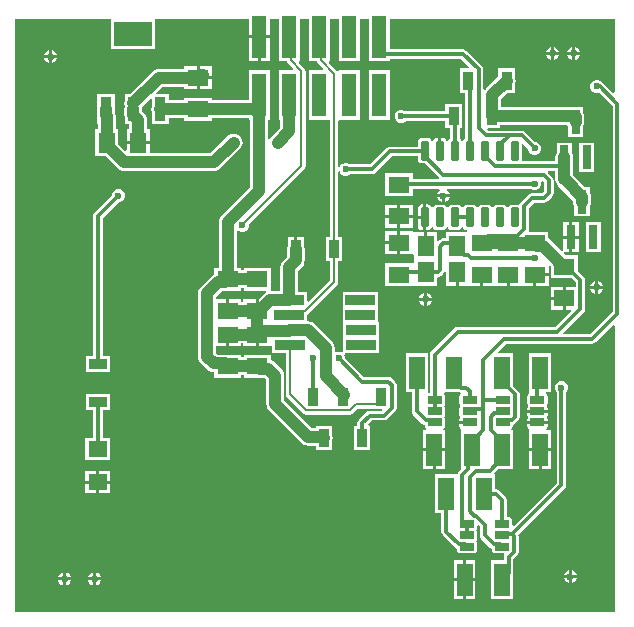
<source format=gtl>
G04*
G04 #@! TF.GenerationSoftware,Altium Limited,Altium Designer,22.5.1 (42)*
G04*
G04 Layer_Physical_Order=1*
G04 Layer_Color=255*
%FSLAX44Y44*%
%MOMM*%
G71*
G04*
G04 #@! TF.SameCoordinates,CF4701AC-517D-4BF5-B978-186F02F9A4D0*
G04*
G04*
G04 #@! TF.FilePolarity,Positive*
G04*
G01*
G75*
%ADD12C,0.2000*%
%ADD16R,0.9000X1.5500*%
%ADD17R,1.3500X2.8000*%
G04:AMPARAMS|DCode=18|XSize=0.65mm|YSize=1.2mm|CornerRadius=0.0488mm|HoleSize=0mm|Usage=FLASHONLY|Rotation=270.000|XOffset=0mm|YOffset=0mm|HoleType=Round|Shape=RoundedRectangle|*
%AMROUNDEDRECTD18*
21,1,0.6500,1.1025,0,0,270.0*
21,1,0.5525,1.2000,0,0,270.0*
1,1,0.0975,-0.5513,-0.2763*
1,1,0.0975,-0.5513,0.2763*
1,1,0.0975,0.5513,0.2763*
1,1,0.0975,0.5513,-0.2763*
%
%ADD18ROUNDEDRECTD18*%
%ADD19R,1.2700X3.6800*%
%ADD20R,3.2121X2.0542*%
%ADD21R,0.9534X2.0542*%
%ADD22R,1.8200X1.4400*%
%ADD23R,1.6000X1.4000*%
%ADD24R,1.4400X1.8200*%
G04:AMPARAMS|DCode=25|XSize=0.65mm|YSize=1.65mm|CornerRadius=0.0488mm|HoleSize=0mm|Usage=FLASHONLY|Rotation=180.000|XOffset=0mm|YOffset=0mm|HoleType=Round|Shape=RoundedRectangle|*
%AMROUNDEDRECTD25*
21,1,0.6500,1.5525,0,0,180.0*
21,1,0.5525,1.6500,0,0,180.0*
1,1,0.0975,-0.2763,0.7763*
1,1,0.0975,0.2763,0.7763*
1,1,0.0975,0.2763,-0.7763*
1,1,0.0975,-0.2763,-0.7763*
%
%ADD25ROUNDEDRECTD25*%
%ADD26R,0.8000X2.0000*%
%ADD27R,2.5000X0.8500*%
%ADD28R,1.5500X0.9000*%
%ADD41C,0.3000*%
%ADD42C,1.0000*%
%ADD43C,0.6000*%
G36*
X230750Y476350D02*
X237300D01*
X237438Y475656D01*
X238212Y474498D01*
X242887Y469823D01*
X242401Y468650D01*
X230750D01*
Y426850D01*
X232035D01*
Y420233D01*
X224651Y412849D01*
X223449Y411282D01*
X223035Y410283D01*
X221765Y410535D01*
Y426850D01*
X223050D01*
Y468650D01*
X205350D01*
Y443345D01*
X174100D01*
Y445480D01*
X150900D01*
Y443330D01*
X137767D01*
Y448521D01*
X127591D01*
X127105Y449694D01*
X132346Y454935D01*
X150860D01*
Y452760D01*
X161230D01*
Y462500D01*
Y472240D01*
X150860D01*
Y470065D01*
X129213D01*
X129212Y470065D01*
X127254Y469807D01*
X125430Y469051D01*
X123863Y467849D01*
X123863Y467849D01*
X104575Y448561D01*
X100193D01*
Y442746D01*
X99935Y440788D01*
X100193Y438830D01*
Y437708D01*
X99935Y435750D01*
Y430712D01*
X100193Y428754D01*
Y422939D01*
X104155D01*
Y419140D01*
X101980D01*
Y408770D01*
X121460D01*
Y419140D01*
X119285D01*
Y426492D01*
X119027Y428450D01*
X118271Y430275D01*
X117069Y431841D01*
X117069Y431841D01*
X115065Y433846D01*
Y435750D01*
X114843Y437433D01*
X122060Y444649D01*
X123233Y444163D01*
Y437804D01*
X123193Y437708D01*
X122935Y435750D01*
X123193Y433792D01*
X123233Y433696D01*
Y422979D01*
X137767D01*
Y428200D01*
X150900D01*
Y426080D01*
X174100D01*
Y428215D01*
X205350D01*
Y426850D01*
X206635D01*
Y369833D01*
X182151Y345349D01*
X180949Y343782D01*
X180193Y341958D01*
X179935Y340000D01*
Y301420D01*
X175900D01*
Y296138D01*
X175738Y296071D01*
X174171Y294869D01*
X164651Y285349D01*
X163449Y283782D01*
X162693Y281958D01*
X162435Y280000D01*
Y226338D01*
X162693Y224380D01*
X163449Y222556D01*
X164651Y220989D01*
X170509Y215131D01*
X172076Y213929D01*
X173900Y213173D01*
X175858Y212915D01*
X175900D01*
Y208580D01*
X199100D01*
Y210715D01*
X200900D01*
Y208580D01*
X214208D01*
X214700Y208515D01*
X214700Y208515D01*
X218709D01*
X220135Y207089D01*
Y192500D01*
Y186178D01*
X220393Y184220D01*
X220700Y183479D01*
Y182250D01*
X221261D01*
X222351Y180829D01*
X250180Y153000D01*
X250180Y153000D01*
X251747Y151798D01*
X253571Y151042D01*
X255529Y150784D01*
X255529Y150784D01*
X261850D01*
Y147250D01*
X275850D01*
Y154801D01*
X276157Y155542D01*
X276415Y157500D01*
X276157Y159458D01*
X275850Y160199D01*
Y167750D01*
X261850D01*
Y165914D01*
X258662D01*
X235265Y189311D01*
Y192500D01*
Y210222D01*
X235007Y212180D01*
X234251Y214004D01*
X233049Y215571D01*
X227191Y221429D01*
X225625Y222631D01*
X224100Y223263D01*
Y227980D01*
X200900D01*
Y225845D01*
X199100D01*
Y227980D01*
X185792D01*
X185300Y228045D01*
X178991D01*
X177565Y229471D01*
Y235260D01*
X186230D01*
Y245000D01*
X188770D01*
Y235260D01*
X199140D01*
Y237435D01*
X200860D01*
Y235260D01*
X211230D01*
Y245000D01*
X213770D01*
Y235260D01*
X224140D01*
Y235260D01*
X225254Y234883D01*
Y229200D01*
X236685D01*
Y194339D01*
X236957Y192973D01*
X237731Y191816D01*
X251320Y178227D01*
X252477Y177453D01*
X253843Y177181D01*
X291357D01*
X292722Y177453D01*
X293880Y178227D01*
X297835Y182181D01*
X314000D01*
X314345Y182250D01*
X317801D01*
X318402Y180980D01*
X317944Y180396D01*
X307718D01*
X306157Y180086D01*
X304834Y179202D01*
X304834Y179202D01*
X298266Y172634D01*
X297382Y171311D01*
X297072Y169750D01*
X297072Y169750D01*
Y167750D01*
X294150D01*
Y147250D01*
X308150D01*
Y167750D01*
X306714D01*
X306188Y169020D01*
X309407Y172240D01*
X319932D01*
X319932Y172240D01*
X321493Y172550D01*
X322816Y173434D01*
X329384Y180002D01*
X329384Y180002D01*
X330268Y181325D01*
X330578Y182886D01*
X330578Y182886D01*
Y202114D01*
X330578Y202114D01*
X330268Y203675D01*
X329384Y204998D01*
X329384Y204998D01*
X326498Y207884D01*
X325175Y208768D01*
X323614Y209078D01*
X323614Y209078D01*
X303073D01*
X286884Y225268D01*
Y226094D01*
X286123Y227930D01*
X286418Y228682D01*
X286758Y229200D01*
X315254D01*
Y241900D01*
Y255400D01*
X314746D01*
Y267300D01*
Y280800D01*
X284746D01*
Y267300D01*
Y254600D01*
X285254D01*
Y241900D01*
Y230620D01*
X285181Y230528D01*
X283984Y229876D01*
X282478Y230500D01*
X280290D01*
X279219Y230056D01*
X277948Y230905D01*
Y233884D01*
X277691Y235842D01*
X276935Y237666D01*
X275733Y239233D01*
X260967Y253999D01*
X259400Y255201D01*
X257576Y255957D01*
X255618Y256215D01*
X254746D01*
Y261756D01*
X255226Y262077D01*
X280023Y286874D01*
X280797Y288032D01*
X281069Y289397D01*
Y307250D01*
X284500D01*
Y327750D01*
X281069D01*
Y382836D01*
X282339Y383089D01*
X282837Y381884D01*
X284384Y380337D01*
X286406Y379500D01*
X288594D01*
X290616Y380337D01*
X291200Y380922D01*
X310000D01*
X310000Y380922D01*
X311561Y381232D01*
X312884Y382116D01*
X326689Y395922D01*
X348591D01*
Y392988D01*
X348823Y391822D01*
X349484Y390834D01*
X350472Y390173D01*
X351637Y389941D01*
X354441D01*
X366534Y377848D01*
X366008Y376578D01*
X344100D01*
Y381420D01*
X320900D01*
Y362020D01*
X344100D01*
Y368422D01*
X366501D01*
X366805Y367389D01*
X366817Y367152D01*
X365303Y365638D01*
X364530Y363770D01*
X375470D01*
X374697Y365638D01*
X373183Y367152D01*
X373195Y367389D01*
X373499Y368422D01*
X443800D01*
X444384Y367837D01*
X446406Y367000D01*
X448594D01*
X450616Y367837D01*
X452163Y369384D01*
X453000Y371406D01*
Y373594D01*
X453746Y375112D01*
X453955Y375177D01*
X455422Y373710D01*
Y366290D01*
X453800Y364668D01*
X444861D01*
X443300Y364357D01*
X441977Y363473D01*
X441977Y363473D01*
X435466Y356962D01*
X434582Y355639D01*
X433400Y355051D01*
X433363Y355059D01*
X427837D01*
X426672Y354827D01*
X425684Y354166D01*
X425023Y353178D01*
X424897Y352545D01*
X423603D01*
X423477Y353178D01*
X422816Y354166D01*
X421828Y354827D01*
X420662Y355059D01*
X415137D01*
X413972Y354827D01*
X412984Y354166D01*
X412323Y353178D01*
X412197Y352545D01*
X410903D01*
X410777Y353178D01*
X410116Y354166D01*
X409128Y354827D01*
X407962Y355059D01*
X402438D01*
X401272Y354827D01*
X400284Y354166D01*
X399623Y353178D01*
X399497Y352545D01*
X398203D01*
X398077Y353178D01*
X397416Y354166D01*
X396428Y354827D01*
X395262Y355059D01*
X389738D01*
X388572Y354827D01*
X387584Y354166D01*
X386923Y353178D01*
X386797Y352545D01*
X385503D01*
X385377Y353178D01*
X384716Y354166D01*
X383728Y354827D01*
X382562Y355059D01*
X377038D01*
X375872Y354827D01*
X374884Y354166D01*
X374223Y353178D01*
X374097Y352545D01*
X372803D01*
X372677Y353178D01*
X372016Y354166D01*
X371028Y354827D01*
X369863Y355059D01*
X364338D01*
X363172Y354827D01*
X362184Y354166D01*
X361523Y353178D01*
X361418Y352648D01*
X360123D01*
X360014Y353194D01*
X359345Y354195D01*
X358344Y354864D01*
X357163Y355099D01*
X355670D01*
Y344250D01*
Y333401D01*
X357163D01*
X358344Y333636D01*
X359345Y334305D01*
X360014Y335306D01*
X360123Y335852D01*
X361418D01*
X361523Y335322D01*
X362184Y334334D01*
X363172Y333673D01*
X364338Y333442D01*
X369863D01*
X371028Y333673D01*
X372016Y334334D01*
X372677Y335322D01*
X372803Y335955D01*
X374097D01*
X374223Y335322D01*
X374884Y334334D01*
X375872Y333673D01*
X377038Y333442D01*
X382562D01*
X383728Y333673D01*
X384716Y334334D01*
X385377Y335322D01*
X385503Y335955D01*
X386797D01*
X386923Y335322D01*
X387584Y334334D01*
X388572Y333673D01*
X389738Y333442D01*
X390326Y332172D01*
X389902Y331621D01*
X389867Y331600D01*
X372020D01*
Y326578D01*
X370000D01*
X370000Y326578D01*
X368439Y326268D01*
X367116Y325384D01*
X365913Y324181D01*
X364740Y324667D01*
Y331640D01*
X356270D01*
Y320000D01*
X353730D01*
Y331640D01*
X345410D01*
X345260Y331640D01*
X344140Y332002D01*
Y332240D01*
X333770D01*
Y322500D01*
Y312760D01*
X343990D01*
X344140Y312760D01*
X345260Y312398D01*
Y308360D01*
X345300D01*
Y305649D01*
X344100Y305480D01*
Y305480D01*
X320900D01*
Y286080D01*
X344100D01*
Y286080D01*
X345300Y285911D01*
Y285900D01*
X364700D01*
Y292325D01*
X365171Y293422D01*
X366732Y293732D01*
X368055Y294616D01*
X369812Y296374D01*
X369812Y296374D01*
X370696Y297697D01*
X370710Y297765D01*
X371980Y297640D01*
Y285860D01*
X380450D01*
Y297500D01*
X382990D01*
Y285860D01*
X391460D01*
Y286040D01*
X401230D01*
Y295780D01*
X403770D01*
Y286040D01*
X423730D01*
Y295780D01*
X426270D01*
Y286040D01*
X446230D01*
Y295780D01*
X447500D01*
Y297050D01*
X459140D01*
Y302661D01*
X460410Y303290D01*
X460900Y302916D01*
Y292800D01*
X478332D01*
X482022Y289111D01*
Y285520D01*
X473770D01*
Y275780D01*
Y266040D01*
X477997D01*
X478483Y264867D01*
X464959Y251343D01*
X382201D01*
X382201Y251343D01*
X380640Y251033D01*
X379317Y250149D01*
X379317Y250149D01*
X359866Y230698D01*
X358982Y229375D01*
X358672Y227814D01*
X358672Y227814D01*
Y196020D01*
X357661Y195639D01*
X356750Y196539D01*
Y229000D01*
X338250D01*
Y196000D01*
X343422D01*
Y179922D01*
X343422Y179922D01*
X343732Y178361D01*
X344616Y177038D01*
X352288Y169366D01*
X352288Y169366D01*
X353611Y168482D01*
X354192Y168367D01*
Y167738D01*
X354423Y166572D01*
X355084Y165584D01*
X355493Y165310D01*
X355108Y164040D01*
X353210D01*
Y148770D01*
X362500D01*
X371790D01*
Y164040D01*
X370392D01*
X370007Y165310D01*
X370416Y165584D01*
X371077Y166572D01*
X371309Y167738D01*
Y173263D01*
X371077Y174428D01*
X370527Y175250D01*
X371077Y176072D01*
X371309Y177237D01*
Y182763D01*
X371077Y183928D01*
X370528Y184750D01*
X371077Y185572D01*
X371309Y186737D01*
Y192262D01*
X371077Y193428D01*
X370416Y194416D01*
X370269Y194515D01*
X370239Y194768D01*
X371342Y196000D01*
X384356D01*
X384596Y195952D01*
X384807Y195534D01*
X384936Y194652D01*
X384584Y194416D01*
X383923Y193428D01*
X383691Y192262D01*
Y186737D01*
X383923Y185572D01*
X384473Y184750D01*
X383923Y183928D01*
X383691Y182763D01*
Y177237D01*
X383923Y176072D01*
X384449Y175286D01*
X383886Y174444D01*
X383651Y173263D01*
Y171770D01*
X392250D01*
Y169230D01*
X383651D01*
Y167738D01*
X383886Y166556D01*
X384555Y165555D01*
X385055Y165221D01*
X385250Y164000D01*
X385250D01*
X385250Y164000D01*
Y131018D01*
X382866Y128634D01*
X382172Y127595D01*
X381982Y127311D01*
X381982Y127310D01*
X381750Y126500D01*
X363250D01*
Y93500D01*
X368422D01*
Y78129D01*
X368422Y78129D01*
X368732Y76568D01*
X369616Y75245D01*
X380495Y64366D01*
X380495Y64366D01*
X381692Y63567D01*
Y62737D01*
X381923Y61572D01*
X382584Y60584D01*
X383572Y59923D01*
X384738Y59692D01*
X395762D01*
X396928Y59923D01*
X397916Y60584D01*
X398577Y61572D01*
X398809Y62737D01*
Y68263D01*
X398577Y69428D01*
X398027Y70250D01*
X398577Y71072D01*
X398809Y72238D01*
Y77762D01*
X398577Y78928D01*
X398028Y79750D01*
X398577Y80572D01*
X398809Y81737D01*
Y83136D01*
X399982Y83622D01*
X401172Y82432D01*
Y74879D01*
X401172Y74879D01*
X401482Y73318D01*
X402366Y71995D01*
X409995Y64366D01*
X409995Y64366D01*
X411191Y63567D01*
Y62737D01*
X411423Y61572D01*
X412084Y60584D01*
X413072Y59923D01*
X414238Y59692D01*
X421125D01*
X421804Y58422D01*
X421482Y57939D01*
X421172Y56379D01*
X421172Y56379D01*
Y54000D01*
X410750D01*
Y21000D01*
X429250D01*
Y42356D01*
X429328Y42750D01*
X429328Y42750D01*
Y54689D01*
X432634Y57995D01*
X432634Y57995D01*
X433518Y59318D01*
X433828Y60879D01*
X433828Y60879D01*
Y74328D01*
X433828Y74328D01*
X433624Y75356D01*
X472884Y114616D01*
X473768Y115939D01*
X474078Y117500D01*
Y196300D01*
X474663Y196884D01*
X475500Y198906D01*
Y201094D01*
X474663Y203116D01*
X473116Y204663D01*
X471094Y205500D01*
X468906D01*
X466884Y204663D01*
X465337Y203116D01*
X464500Y201094D01*
Y198906D01*
X465337Y196884D01*
X465922Y196300D01*
Y119189D01*
X429579Y82846D01*
X428308Y83372D01*
Y87262D01*
X428077Y88428D01*
X427416Y89416D01*
X426428Y90077D01*
X425262Y90309D01*
X423828D01*
Y105250D01*
X423518Y106811D01*
X422634Y108134D01*
X422634Y108134D01*
X417884Y112884D01*
X416561Y113768D01*
X415000Y114078D01*
X415000Y114078D01*
X413750D01*
Y126500D01*
X413750D01*
X413288Y127770D01*
X416518Y131000D01*
X429250D01*
Y164000D01*
X427832D01*
X427447Y165270D01*
X427916Y165584D01*
X428577Y166572D01*
X428809Y167738D01*
Y168367D01*
X429389Y168482D01*
X430712Y169366D01*
X433634Y172288D01*
X433634Y172288D01*
X434518Y173611D01*
X434828Y175172D01*
X434828Y175172D01*
Y194500D01*
X434828Y194500D01*
X434518Y196061D01*
X433634Y197384D01*
X433634Y197384D01*
X429250Y201768D01*
Y229000D01*
X416813D01*
X416327Y230173D01*
X423340Y237187D01*
X496265D01*
X496265Y237187D01*
X497826Y237497D01*
X499149Y238381D01*
X513827Y253059D01*
X515000Y252573D01*
Y10000D01*
X7500D01*
Y512500D01*
X87868D01*
X88939Y512021D01*
X88939Y511230D01*
Y486479D01*
X126061D01*
Y511230D01*
X126061Y512021D01*
X127132Y512500D01*
X205310D01*
Y498520D01*
X223090D01*
Y512500D01*
X230750D01*
Y476350D01*
D02*
G37*
G36*
X306950D02*
X324650D01*
Y478422D01*
X385067D01*
X392066Y471423D01*
X391580Y470250D01*
X384350D01*
Y449750D01*
X388422D01*
Y411226D01*
X387584Y410666D01*
X386923Y409678D01*
X386797Y409045D01*
X385503D01*
X385377Y409678D01*
X384716Y410666D01*
X383878Y411226D01*
Y419750D01*
X385850D01*
Y440250D01*
X371850D01*
Y434078D01*
X337887D01*
X337434Y434531D01*
X335413Y435368D01*
X333225D01*
X331203Y434531D01*
X329656Y432984D01*
X328819Y430962D01*
Y428774D01*
X329656Y426753D01*
X331203Y425206D01*
X333225Y424368D01*
X335413D01*
X337434Y425206D01*
X338150Y425922D01*
X371850D01*
Y419750D01*
X375722D01*
Y411226D01*
X374884Y410666D01*
X374223Y409678D01*
X374118Y409148D01*
X372823D01*
X372714Y409694D01*
X372045Y410695D01*
X371044Y411364D01*
X369863Y411599D01*
X368370D01*
Y400750D01*
X365830D01*
Y411599D01*
X364338D01*
X363156Y411364D01*
X362155Y410695D01*
X361486Y409694D01*
X361377Y409148D01*
X360082D01*
X359977Y409678D01*
X359316Y410666D01*
X358328Y411327D01*
X357163Y411558D01*
X351637D01*
X350472Y411327D01*
X349484Y410666D01*
X348823Y409678D01*
X348591Y408512D01*
Y404078D01*
X325000D01*
X323439Y403768D01*
X322116Y402884D01*
X322116Y402884D01*
X308311Y389078D01*
X291200D01*
X290616Y389663D01*
X288594Y390500D01*
X286406D01*
X284384Y389663D01*
X282837Y388116D01*
X282339Y386911D01*
X281069Y387164D01*
Y425779D01*
X281550Y426850D01*
X282339Y426850D01*
X299250D01*
Y468650D01*
X281550D01*
Y468181D01*
X280280Y467796D01*
X280023Y468180D01*
X273027Y475177D01*
X273513Y476350D01*
X273850D01*
Y512500D01*
X281550D01*
Y476350D01*
X299250D01*
Y512500D01*
X306950D01*
Y476350D01*
D02*
G37*
G36*
X515000Y449927D02*
X513827Y449441D01*
X505376Y457891D01*
X504053Y458775D01*
X503990Y458788D01*
X503116Y459663D01*
X501094Y460500D01*
X498906D01*
X496884Y459663D01*
X495337Y458116D01*
X494500Y456094D01*
Y453906D01*
X495337Y451884D01*
X496884Y450337D01*
X498906Y449500D01*
X501094D01*
X501899Y449833D01*
X513422Y438311D01*
Y264189D01*
X494576Y245343D01*
X472154D01*
X471668Y246517D01*
X488984Y263832D01*
X488984Y263832D01*
X489868Y265155D01*
X490178Y266716D01*
Y290800D01*
X489868Y292361D01*
X488984Y293684D01*
X488984Y293684D01*
X484100Y298568D01*
Y312200D01*
X473498D01*
X472063Y313635D01*
X472589Y314905D01*
X476744D01*
Y326175D01*
X471474D01*
Y316020D01*
X470204Y315494D01*
X460049Y325649D01*
X459100Y326377D01*
Y332200D01*
X443087D01*
X442802Y332486D01*
X442239Y333470D01*
X442428Y334422D01*
X442428Y334422D01*
Y352389D01*
X446550Y356511D01*
X455489D01*
X455489Y356511D01*
X457050Y356822D01*
X458373Y357706D01*
X462384Y361717D01*
X462384Y361717D01*
X463268Y363040D01*
X463578Y364600D01*
X463578Y364601D01*
Y375399D01*
X463578Y375400D01*
X463268Y376960D01*
X462384Y378283D01*
X462384Y378283D01*
X458516Y382152D01*
X459042Y383422D01*
X464935D01*
Y376250D01*
X465193Y374292D01*
X465949Y372468D01*
X467151Y370901D01*
X468225Y370077D01*
X479935Y358367D01*
Y357500D01*
X480193Y355542D01*
X480949Y353718D01*
X481000Y353651D01*
Y345000D01*
X494000D01*
Y353651D01*
X494051Y353718D01*
X494807Y355542D01*
X495065Y357500D01*
Y361500D01*
X495065Y361500D01*
X494807Y363458D01*
X494051Y365282D01*
X494000Y365349D01*
Y370000D01*
X489698D01*
X480065Y379633D01*
Y387500D01*
Y395000D01*
X479807Y396958D01*
X479051Y398782D01*
X479000Y398849D01*
Y407500D01*
X466000D01*
Y398849D01*
X465949Y398782D01*
X465193Y396958D01*
X464935Y395000D01*
Y391578D01*
X437423D01*
X436381Y392848D01*
X436409Y392988D01*
Y406164D01*
X437582Y406651D01*
X442000Y402232D01*
Y401406D01*
X442837Y399384D01*
X444384Y397837D01*
X446406Y397000D01*
X448594D01*
X450616Y397837D01*
X452163Y399384D01*
X453000Y401406D01*
Y403594D01*
X452163Y405616D01*
X450616Y407163D01*
X448594Y408000D01*
X447768D01*
X439384Y416384D01*
X438061Y417268D01*
X436500Y417578D01*
X436500Y417578D01*
X408189D01*
X407191Y418577D01*
X407677Y419750D01*
X418150D01*
Y422435D01*
X474953D01*
X475435Y421273D01*
X475486Y421206D01*
Y412555D01*
X488486D01*
Y421206D01*
X488537Y421273D01*
X489293Y423097D01*
X489551Y425055D01*
Y429000D01*
X489551Y429000D01*
X489293Y430958D01*
X488537Y432782D01*
X488486Y432849D01*
Y437555D01*
X481058D01*
X480986Y437565D01*
X418715D01*
Y444367D01*
X424098Y449750D01*
X430650D01*
Y457301D01*
X430957Y458042D01*
X431215Y460000D01*
X430957Y461958D01*
X430650Y462699D01*
Y470250D01*
X416650D01*
Y463698D01*
X405801Y452849D01*
X405198Y452064D01*
X403928Y452495D01*
Y469407D01*
X403618Y470968D01*
X402734Y472291D01*
X402734Y472291D01*
X389641Y485384D01*
X388318Y486268D01*
X386757Y486578D01*
X386757Y486578D01*
X324650D01*
Y512500D01*
X515000D01*
Y449927D01*
D02*
G37*
G36*
X256150Y476350D02*
X262700D01*
X262838Y475656D01*
X263612Y474498D01*
X268287Y469823D01*
X267801Y468650D01*
X256150D01*
Y426850D01*
X273850D01*
X273931Y425614D01*
Y327750D01*
X270500D01*
Y307250D01*
X273931D01*
Y290875D01*
X255959Y272903D01*
X254786Y273389D01*
Y280840D01*
X247311D01*
Y299113D01*
X250549Y302351D01*
X250549Y302351D01*
X251751Y303918D01*
X252507Y305742D01*
X252765Y307700D01*
X252765Y307700D01*
Y317500D01*
X252507Y319458D01*
X252240Y320102D01*
Y327790D01*
X246470D01*
Y317500D01*
X243930D01*
Y327790D01*
X238160D01*
Y320102D01*
X237893Y319458D01*
X237635Y317500D01*
Y310833D01*
X234397Y307595D01*
X233195Y306028D01*
X232439Y304204D01*
X232181Y302246D01*
Y281615D01*
X225202D01*
X224100Y282020D01*
X224100Y282655D01*
Y301420D01*
X200900D01*
Y299285D01*
X199100D01*
Y301420D01*
X195065D01*
Y332861D01*
X196335Y333387D01*
X196884Y332837D01*
X198906Y332000D01*
X201094D01*
X203116Y332837D01*
X204663Y334384D01*
X205500Y336406D01*
Y337953D01*
X252473Y384927D01*
X253247Y386084D01*
X253519Y387450D01*
Y467807D01*
X253247Y469173D01*
X252473Y470330D01*
X247627Y475177D01*
X248113Y476350D01*
X248450D01*
Y512500D01*
X256150D01*
Y476350D01*
D02*
G37*
G36*
X200900Y282020D02*
X219774D01*
X220027Y280750D01*
X219668Y280601D01*
X218101Y279399D01*
X218101Y279399D01*
X213770Y275068D01*
Y265000D01*
X211230D01*
Y274740D01*
X200860D01*
Y272565D01*
X199140D01*
Y274740D01*
X188770D01*
Y265000D01*
X186230D01*
Y274740D01*
X177565D01*
Y276867D01*
X182653Y281955D01*
X185300D01*
X185792Y282020D01*
X199100D01*
Y284155D01*
X200900D01*
Y282020D01*
D02*
G37*
%LPC*%
G36*
X38770Y485470D02*
Y481270D01*
X42970D01*
X42197Y483138D01*
X40638Y484697D01*
X38770Y485470D01*
D02*
G37*
G36*
X36230D02*
X34362Y484697D01*
X32803Y483138D01*
X32030Y481270D01*
X36230D01*
Y485470D01*
D02*
G37*
G36*
X223090Y495980D02*
X215470D01*
Y476310D01*
X223090D01*
Y495980D01*
D02*
G37*
G36*
X212930D02*
X205310D01*
Y476310D01*
X212930D01*
Y495980D01*
D02*
G37*
G36*
X42970Y478730D02*
X38770D01*
Y474530D01*
X40638Y475303D01*
X42197Y476862D01*
X42970Y478730D01*
D02*
G37*
G36*
X36230D02*
X32030D01*
X32803Y476862D01*
X34362Y475303D01*
X36230Y474530D01*
Y478730D01*
D02*
G37*
G36*
X164700Y472265D02*
X164512Y472240D01*
X163770D01*
Y463770D01*
X174140D01*
Y464512D01*
X174165Y464700D01*
X174140Y464888D01*
Y472240D01*
X166788D01*
X166600Y472265D01*
X164700D01*
X164700Y472265D01*
D02*
G37*
G36*
X174140Y461230D02*
X163770D01*
Y452760D01*
X174140D01*
Y461230D01*
D02*
G37*
G36*
X91767Y448521D02*
X77233D01*
Y437804D01*
X77193Y437708D01*
X76935Y435750D01*
Y430712D01*
X77193Y428754D01*
X77233Y428658D01*
Y422979D01*
X77435D01*
Y419100D01*
X75300D01*
Y395900D01*
X84002D01*
X94351Y385551D01*
X94351Y385551D01*
X95918Y384349D01*
X97742Y383593D01*
X99700Y383335D01*
X175900D01*
X177858Y383593D01*
X179682Y384349D01*
X181249Y385551D01*
X197849Y402151D01*
X199051Y403718D01*
X199807Y405542D01*
X200065Y407500D01*
X199807Y409458D01*
X199051Y411282D01*
X197849Y412849D01*
X196282Y414051D01*
X194458Y414807D01*
X192500Y415065D01*
X190542Y414807D01*
X188718Y414051D01*
X187151Y412849D01*
X172767Y398465D01*
X121460D01*
Y406230D01*
X101980D01*
Y400978D01*
X100807Y400491D01*
X94700Y406598D01*
Y419100D01*
X92565D01*
Y430212D01*
X92307Y432170D01*
X92065Y432755D01*
Y435750D01*
X91807Y437708D01*
X91767Y437804D01*
Y448521D01*
D02*
G37*
G36*
X375470Y361230D02*
X371270D01*
Y357030D01*
X373138Y357803D01*
X374697Y359362D01*
X375470Y361230D01*
D02*
G37*
G36*
X368730D02*
X364530D01*
X365303Y359362D01*
X366862Y357803D01*
X368730Y357030D01*
Y361230D01*
D02*
G37*
G36*
X344140Y354740D02*
X333770D01*
Y346270D01*
X344140D01*
Y354740D01*
D02*
G37*
G36*
X331230D02*
X320860D01*
Y346270D01*
X331230D01*
Y354740D01*
D02*
G37*
G36*
X353130Y355099D02*
X351637D01*
X350456Y354864D01*
X349455Y354195D01*
X348786Y353194D01*
X348551Y352012D01*
Y345520D01*
X353130D01*
Y355099D01*
D02*
G37*
G36*
X344140Y343730D02*
X333770D01*
Y335260D01*
X344140D01*
Y343730D01*
D02*
G37*
G36*
X331230D02*
X320860D01*
Y335260D01*
X331230D01*
Y343730D01*
D02*
G37*
G36*
X353130Y342980D02*
X348551D01*
Y336488D01*
X348786Y335306D01*
X349455Y334305D01*
X350456Y333636D01*
X351637Y333401D01*
X353130D01*
Y342980D01*
D02*
G37*
G36*
X331230Y332240D02*
X320860D01*
Y323770D01*
X331230D01*
Y332240D01*
D02*
G37*
G36*
Y321230D02*
X320860D01*
Y312760D01*
X331230D01*
Y321230D01*
D02*
G37*
G36*
X459140Y294510D02*
X448770D01*
Y286040D01*
X459140D01*
Y294510D01*
D02*
G37*
G36*
X471230Y285520D02*
X460860D01*
Y277050D01*
X471230D01*
Y285520D01*
D02*
G37*
G36*
X356270Y280470D02*
Y276270D01*
X360470D01*
X359697Y278138D01*
X358138Y279697D01*
X356270Y280470D01*
D02*
G37*
G36*
X353730D02*
X351862Y279697D01*
X350303Y278138D01*
X349530Y276270D01*
X353730D01*
Y280470D01*
D02*
G37*
G36*
X360470Y273730D02*
X356270D01*
Y269530D01*
X358138Y270303D01*
X359697Y271862D01*
X360470Y273730D01*
D02*
G37*
G36*
X353730D02*
X349530D01*
X350303Y271862D01*
X351862Y270303D01*
X353730Y269530D01*
Y273730D01*
D02*
G37*
G36*
X471230Y274510D02*
X460860D01*
Y266040D01*
X471230D01*
Y274510D01*
D02*
G37*
G36*
X96094Y368000D02*
X93906D01*
X91884Y367163D01*
X90337Y365616D01*
X89500Y363594D01*
Y362768D01*
X74616Y347884D01*
X73732Y346561D01*
X73422Y345000D01*
X73422Y345000D01*
Y227000D01*
X67250D01*
Y213000D01*
X87750D01*
Y227000D01*
X81578D01*
Y343311D01*
X95268Y357000D01*
X96094D01*
X98116Y357837D01*
X99663Y359384D01*
X100500Y361406D01*
Y363594D01*
X99663Y365616D01*
X98116Y367163D01*
X96094Y368000D01*
D02*
G37*
G36*
X461250Y229000D02*
X442750D01*
Y196000D01*
X442750Y196000D01*
X442628Y194780D01*
X442084Y194416D01*
X441423Y193428D01*
X441191Y192262D01*
Y186737D01*
X441423Y185572D01*
X441948Y184786D01*
X441386Y183944D01*
X441151Y182763D01*
Y181270D01*
X449750D01*
X458349D01*
Y182763D01*
X458114Y183944D01*
X457551Y184786D01*
X458077Y185572D01*
X458308Y186737D01*
Y192262D01*
X458077Y193428D01*
X457416Y194416D01*
X456947Y194730D01*
X457332Y196000D01*
X461250D01*
Y229000D01*
D02*
G37*
G36*
X458349Y178730D02*
X449750D01*
X441151D01*
Y177237D01*
X441386Y176056D01*
X441924Y175250D01*
X441386Y174444D01*
X441151Y173263D01*
Y171770D01*
X449750D01*
X458349D01*
Y173263D01*
X458114Y174444D01*
X457576Y175250D01*
X458114Y176056D01*
X458349Y177237D01*
Y178730D01*
D02*
G37*
G36*
Y169230D02*
X449750D01*
X441151D01*
Y167738D01*
X441386Y166556D01*
X442055Y165555D01*
X442532Y165236D01*
X442710Y164040D01*
X442710Y163706D01*
Y148770D01*
X452000D01*
X461290D01*
Y164040D01*
X457464D01*
X457079Y165310D01*
X457445Y165555D01*
X458114Y166556D01*
X458349Y167738D01*
Y169230D01*
D02*
G37*
G36*
X87750Y194700D02*
X67250D01*
Y180700D01*
X73422D01*
Y157500D01*
X67000D01*
Y138500D01*
X88000D01*
Y157500D01*
X81578D01*
Y180700D01*
X87750D01*
Y194700D01*
D02*
G37*
G36*
X461290Y146230D02*
X453270D01*
Y130960D01*
X461290D01*
Y146230D01*
D02*
G37*
G36*
X450730D02*
X442710D01*
Y130960D01*
X450730D01*
Y146230D01*
D02*
G37*
G36*
X371790D02*
X363770D01*
Y130960D01*
X371790D01*
Y146230D01*
D02*
G37*
G36*
X361230D02*
X353210D01*
Y130960D01*
X361230D01*
Y146230D01*
D02*
G37*
G36*
X88040Y129540D02*
X78770D01*
Y121270D01*
X88040D01*
Y129540D01*
D02*
G37*
G36*
X76230D02*
X66960D01*
Y121270D01*
X76230D01*
Y129540D01*
D02*
G37*
G36*
X88040Y118730D02*
X78770D01*
Y110460D01*
X88040D01*
Y118730D01*
D02*
G37*
G36*
X76230D02*
X66960D01*
Y110460D01*
X76230D01*
Y118730D01*
D02*
G37*
G36*
X478770Y45470D02*
Y41270D01*
X482970D01*
X482197Y43138D01*
X480638Y44697D01*
X478770Y45470D01*
D02*
G37*
G36*
X476230D02*
X474362Y44697D01*
X472803Y43138D01*
X472030Y41270D01*
X476230D01*
Y45470D01*
D02*
G37*
G36*
X76270Y43480D02*
Y39280D01*
X80470D01*
X79697Y41148D01*
X78138Y42707D01*
X76270Y43480D01*
D02*
G37*
G36*
X73730D02*
X71862Y42707D01*
X70303Y41148D01*
X69530Y39280D01*
X73730D01*
Y43480D01*
D02*
G37*
G36*
X50870D02*
Y39280D01*
X55070D01*
X54297Y41148D01*
X52738Y42707D01*
X50870Y43480D01*
D02*
G37*
G36*
X48330D02*
X46462Y42707D01*
X44903Y41148D01*
X44130Y39280D01*
X48330D01*
Y43480D01*
D02*
G37*
G36*
X397290Y54040D02*
X389270D01*
Y38770D01*
X397290D01*
Y54040D01*
D02*
G37*
G36*
X386730D02*
X378710D01*
Y38770D01*
X386730D01*
Y54040D01*
D02*
G37*
G36*
X482970Y38730D02*
X478770D01*
Y34530D01*
X480638Y35303D01*
X482197Y36862D01*
X482970Y38730D01*
D02*
G37*
G36*
X476230D02*
X472030D01*
X472803Y36862D01*
X474362Y35303D01*
X476230Y34530D01*
Y38730D01*
D02*
G37*
G36*
X80470Y36740D02*
X76270D01*
Y32540D01*
X78138Y33313D01*
X79697Y34872D01*
X80470Y36740D01*
D02*
G37*
G36*
X73730D02*
X69530D01*
X70303Y34872D01*
X71862Y33313D01*
X73730Y32540D01*
Y36740D01*
D02*
G37*
G36*
X55070D02*
X50870D01*
Y32540D01*
X52738Y33313D01*
X54297Y34872D01*
X55070Y36740D01*
D02*
G37*
G36*
X48330D02*
X44130D01*
X44903Y34872D01*
X46462Y33313D01*
X48330Y32540D01*
Y36740D01*
D02*
G37*
G36*
X397290Y36230D02*
X389270D01*
Y20960D01*
X397290D01*
Y36230D01*
D02*
G37*
G36*
X386730D02*
X378710D01*
Y20960D01*
X386730D01*
Y36230D01*
D02*
G37*
G36*
X324650Y468650D02*
X306950D01*
Y426850D01*
X324650D01*
Y468650D01*
D02*
G37*
G36*
X481804Y488610D02*
Y484410D01*
X486004D01*
X485231Y486278D01*
X483672Y487837D01*
X481804Y488610D01*
D02*
G37*
G36*
X479264D02*
X477396Y487837D01*
X475837Y486278D01*
X475064Y484410D01*
X479264D01*
Y488610D01*
D02*
G37*
G36*
X463770D02*
Y484410D01*
X467970D01*
X467197Y486278D01*
X465638Y487837D01*
X463770Y488610D01*
D02*
G37*
G36*
X461230D02*
X459362Y487837D01*
X457803Y486278D01*
X457030Y484410D01*
X461230D01*
Y488610D01*
D02*
G37*
G36*
X486004Y481870D02*
X481804D01*
Y477670D01*
X483672Y478443D01*
X485231Y480002D01*
X486004Y481870D01*
D02*
G37*
G36*
X479264D02*
X475064D01*
X475837Y480002D01*
X477396Y478443D01*
X479264Y477670D01*
Y481870D01*
D02*
G37*
G36*
X467970D02*
X463770D01*
Y477670D01*
X465638Y478443D01*
X467197Y480002D01*
X467970Y481870D01*
D02*
G37*
G36*
X461230D02*
X457030D01*
X457803Y480002D01*
X459362Y478443D01*
X461230Y477670D01*
Y481870D01*
D02*
G37*
G36*
X498000Y407500D02*
X485000D01*
Y382500D01*
X498000D01*
Y407500D01*
D02*
G37*
G36*
X484554Y339985D02*
X479284D01*
Y328715D01*
X484554D01*
Y339985D01*
D02*
G37*
G36*
X476744D02*
X471474D01*
Y328715D01*
X476744D01*
Y339985D01*
D02*
G37*
G36*
X503514Y339945D02*
X490514D01*
Y314945D01*
X503514D01*
Y339945D01*
D02*
G37*
G36*
X484554Y326175D02*
X479284D01*
Y314905D01*
X484554D01*
Y326175D01*
D02*
G37*
G36*
X501270Y290470D02*
Y286270D01*
X505470D01*
X504697Y288138D01*
X503138Y289697D01*
X501270Y290470D01*
D02*
G37*
G36*
X498730D02*
X496862Y289697D01*
X495303Y288138D01*
X494530Y286270D01*
X498730D01*
Y290470D01*
D02*
G37*
G36*
X505470Y283730D02*
X501270D01*
Y279530D01*
X503138Y280303D01*
X504697Y281862D01*
X505470Y283730D01*
D02*
G37*
G36*
X498730D02*
X494530D01*
X495303Y281862D01*
X496862Y280303D01*
X498730Y279530D01*
Y283730D01*
D02*
G37*
%LPD*%
D12*
X200000Y337500D02*
X249950Y387450D01*
Y467807D01*
X266135Y477022D02*
Y496115D01*
X277500Y289397D02*
Y317500D01*
X265000Y497250D02*
X266135Y496115D01*
X277500Y317500D02*
Y465657D01*
X266135Y477022D02*
X277500Y465657D01*
X240735Y477022D02*
X249950Y467807D01*
X317500Y189250D02*
Y192500D01*
X296357Y185750D02*
X314000D01*
X317500Y189250D01*
X240254Y194339D02*
Y235950D01*
Y194339D02*
X253843Y180750D01*
X291357D01*
X296357Y185750D01*
X240735Y477022D02*
Y496115D01*
X239600Y497250D02*
X240735Y496115D01*
X259384Y193116D02*
X260000Y192500D01*
X252703Y264600D02*
X277500Y289397D01*
X242996Y264600D02*
X252703D01*
X239746Y261350D02*
X242996Y264600D01*
D16*
X317500Y192500D02*
D03*
X285200D02*
D03*
X391350Y460000D02*
D03*
X423650D02*
D03*
X378850Y430000D02*
D03*
X411150D02*
D03*
X301150Y157500D02*
D03*
X268850D02*
D03*
X260000Y192500D02*
D03*
X227700D02*
D03*
X245200Y317500D02*
D03*
X277500D02*
D03*
D17*
X404500Y110000D02*
D03*
X372500D02*
D03*
X388000Y37500D02*
D03*
X420000D02*
D03*
X452000Y147500D02*
D03*
X420000D02*
D03*
Y212500D02*
D03*
X452000D02*
D03*
X362500Y147500D02*
D03*
X394500D02*
D03*
X379500Y212500D02*
D03*
X347500D02*
D03*
D18*
X419750Y65500D02*
D03*
Y75000D02*
D03*
Y84500D02*
D03*
X390250D02*
D03*
Y75000D02*
D03*
Y65500D02*
D03*
X392250Y170500D02*
D03*
Y180000D02*
D03*
Y189500D02*
D03*
X362750D02*
D03*
Y180000D02*
D03*
Y170500D02*
D03*
X449750Y189500D02*
D03*
Y180000D02*
D03*
Y170500D02*
D03*
X420250D02*
D03*
Y180000D02*
D03*
Y189500D02*
D03*
D19*
X214200Y447750D02*
D03*
Y497250D02*
D03*
X239600Y447750D02*
D03*
Y497250D02*
D03*
X265000Y447750D02*
D03*
Y497250D02*
D03*
X290400Y447750D02*
D03*
Y497250D02*
D03*
X315800Y447750D02*
D03*
Y497250D02*
D03*
D20*
X107500Y499250D02*
D03*
D21*
X130500Y435750D02*
D03*
X107500D02*
D03*
X84500D02*
D03*
D22*
X187500Y291720D02*
D03*
Y265000D02*
D03*
X332500Y345000D02*
D03*
Y371720D02*
D03*
Y322500D02*
D03*
Y295780D02*
D03*
X402500D02*
D03*
Y322500D02*
D03*
X425000Y295780D02*
D03*
Y322500D02*
D03*
X447500Y295780D02*
D03*
Y322500D02*
D03*
X472500Y302500D02*
D03*
Y275780D02*
D03*
X162500Y462500D02*
D03*
Y435780D02*
D03*
X212500Y265000D02*
D03*
Y291720D02*
D03*
X187500Y245000D02*
D03*
Y218280D02*
D03*
X212500Y245000D02*
D03*
Y218280D02*
D03*
D23*
X77500Y148000D02*
D03*
Y120000D02*
D03*
D24*
X381720Y297500D02*
D03*
X355000D02*
D03*
Y320000D02*
D03*
X381720D02*
D03*
X111720Y407500D02*
D03*
X85000D02*
D03*
D25*
X354400Y344250D02*
D03*
X367100D02*
D03*
X379800D02*
D03*
X392500D02*
D03*
X405200D02*
D03*
X417900D02*
D03*
X430600D02*
D03*
X354400Y400750D02*
D03*
X367100D02*
D03*
X379800D02*
D03*
X392500D02*
D03*
X405200D02*
D03*
X417900D02*
D03*
X430600D02*
D03*
D26*
X472500Y395000D02*
D03*
X491500D02*
D03*
X481986Y425055D02*
D03*
X478014Y327445D02*
D03*
X497014D02*
D03*
X487500Y357500D02*
D03*
D27*
X239746Y274050D02*
D03*
Y261350D02*
D03*
X299746Y274050D02*
D03*
Y261350D02*
D03*
X240254Y248650D02*
D03*
Y235950D02*
D03*
X300254Y248650D02*
D03*
Y235950D02*
D03*
D28*
X77500Y187700D02*
D03*
Y220000D02*
D03*
D41*
X393243Y309800D02*
X447300D01*
X390643Y312400D02*
X393243Y309800D01*
X406500Y413500D02*
X436500D01*
X447500Y402500D01*
X334319Y429868D02*
X334450Y430000D01*
X378850D01*
X287500Y385000D02*
X310000D01*
X325000Y400000D01*
X391350Y460000D02*
X392500Y458850D01*
Y400750D02*
Y458850D01*
X301384Y205000D02*
X323614D01*
X326500Y202114D01*
X281384Y225000D02*
X301384Y205000D01*
X326500Y182886D02*
Y202114D01*
X301150Y169750D02*
X307718Y176318D01*
X319932D01*
X326500Y182886D01*
X301150Y157500D02*
Y169750D01*
X392500Y95593D02*
Y124407D01*
X397593Y129500D01*
X392500Y95593D02*
X396343Y91750D01*
X385750Y86250D02*
Y125750D01*
X390757Y130757D01*
Y151007D01*
X403750Y164000D01*
X397593Y129500D02*
X409250D01*
X394000Y181750D02*
X403750D01*
Y181000D02*
Y189500D01*
X420250D01*
X403750D02*
Y223364D01*
Y164000D02*
Y181000D01*
X405200Y395750D02*
X413450Y387500D01*
X470000D01*
X454899Y380000D02*
X459500Y375400D01*
X370150Y380000D02*
X454899D01*
X333280Y372500D02*
X447500D01*
X459500Y364600D02*
Y375400D01*
X472500Y275000D02*
Y275780D01*
X486100Y266716D02*
Y290800D01*
X466649Y247265D02*
X486100Y266716D01*
X474400Y302500D02*
X486100Y290800D01*
X470000Y117500D02*
Y200000D01*
X455489Y360589D02*
X459500Y364600D01*
X315800Y487350D02*
X320650Y482500D01*
X386757D01*
X399850Y469407D01*
X315800Y487350D02*
Y497250D01*
X399850Y420150D02*
Y469407D01*
Y420150D02*
X406500Y413500D01*
X332500Y295780D02*
X334220Y297500D01*
X355000D01*
X366928Y299257D02*
Y319428D01*
X355000Y297500D02*
X365171D01*
X366928Y299257D01*
Y319428D02*
X370000Y322500D01*
X379220D02*
X381720Y320000D01*
X370000Y322500D02*
X379220D01*
X381720Y318100D02*
Y320000D01*
X420000Y140250D02*
Y147500D01*
X409250Y129500D02*
X420000Y140250D01*
X396343Y91750D02*
X397621D01*
X405250Y84121D01*
Y74879D02*
Y84121D01*
X412879Y67250D02*
X418000D01*
X405250Y74879D02*
X412879Y67250D01*
X418000D02*
X419750Y65500D01*
X387500Y84500D02*
X390250D01*
X385750Y86250D02*
X387500Y84500D01*
X425250Y56379D02*
X429750Y60879D01*
Y74328D01*
X420000Y37500D02*
X425250Y42750D01*
Y56379D01*
X428289Y75789D02*
X429750Y74328D01*
X420539Y75789D02*
X428289D01*
X470000Y117500D01*
X419750Y75000D02*
X420539Y75789D01*
X413379Y178250D02*
X418500D01*
X410250Y164500D02*
Y175121D01*
X418500Y178250D02*
X420250Y180000D01*
X410250Y175121D02*
X413379Y178250D01*
X410250Y164500D02*
X420000Y154750D01*
Y147500D02*
Y154750D01*
X403750Y223364D02*
X421651Y241265D01*
X496265D01*
X382201Y247265D02*
X466649D01*
X362750Y189500D02*
Y227814D01*
X382201Y247265D01*
X362750Y180000D02*
Y189500D01*
X420000Y205250D02*
X430750Y194500D01*
Y175172D02*
Y194500D01*
X438350Y354078D02*
X444861Y360589D01*
X421654Y409504D02*
X422482D01*
X381720Y318100D02*
X387420Y312400D01*
X417900Y405750D02*
X421654Y409504D01*
X444861Y360589D02*
X455489D01*
X387420Y312400D02*
X390643D01*
X417900Y400750D02*
Y405750D01*
X422482Y409504D02*
X425979Y413000D01*
X419750Y84500D02*
Y105250D01*
X404500Y110000D02*
X415000D01*
X419750Y105250D01*
X372500Y78129D02*
Y110000D01*
X388500Y67250D02*
X390250Y65500D01*
X383379Y67250D02*
X388500D01*
X372500Y78129D02*
X383379Y67250D01*
X390250Y75000D02*
Y84500D01*
X408200Y328200D02*
X432128D01*
X107500Y435750D02*
Y440788D01*
X77500Y220000D02*
Y345000D01*
X95000Y362500D01*
X405200Y395750D02*
Y400750D01*
X405000Y400950D02*
X405200Y400750D01*
X405000Y400950D02*
Y405000D01*
X354400Y395750D02*
X370150Y380000D01*
X332500Y371720D02*
X333280Y372500D01*
X500000Y455000D02*
X500007Y455007D01*
X502493D01*
X517500Y440000D01*
Y262500D02*
Y440000D01*
X496265Y241265D02*
X517500Y262500D01*
X392250Y180000D02*
X394000Y181750D01*
X389500Y200000D02*
X392250Y197250D01*
X379500Y205250D02*
X384750Y200000D01*
X392250Y189500D02*
Y197250D01*
X384750Y200000D02*
X389500D01*
X347500Y179922D02*
X355172Y172250D01*
X347500Y179922D02*
Y212500D01*
X361000Y172250D02*
X362750Y170500D01*
X355172Y172250D02*
X361000D01*
X427828D02*
X430750Y175172D01*
X420000Y205250D02*
Y212500D01*
X325000Y400000D02*
X352650D01*
X353400Y400750D02*
X354400D01*
X352650Y400000D02*
X353400Y400750D01*
X354400Y395750D02*
Y400750D01*
X438350Y334422D02*
Y354078D01*
X432128Y328200D02*
X438350Y334422D01*
X402500Y322500D02*
X408200Y328200D01*
X367100Y344600D02*
X367500Y345000D01*
X367100Y344250D02*
Y344600D01*
X77500Y148000D02*
Y187700D01*
X379500Y205250D02*
Y212500D01*
X422000Y172250D02*
X427828D01*
X420250Y170500D02*
X422000Y172250D01*
X449750Y210250D02*
X452000Y212500D01*
X449750Y189500D02*
Y210250D01*
X472500Y302500D02*
X474400D01*
X379800Y344250D02*
X392500D01*
X378850Y430000D02*
X379800Y429050D01*
Y400750D02*
Y429050D01*
X259384Y193116D02*
Y225000D01*
D42*
X270384Y209566D02*
X286325Y193625D01*
X270384Y209566D02*
Y233884D01*
X255618Y248650D02*
X270384Y233884D01*
X240254Y248650D02*
X255618D01*
X239804Y248200D02*
X240254Y248650D01*
X217600Y248200D02*
X239804D01*
X216600Y267200D02*
X223450Y274050D01*
X239746D01*
X239746Y274050D02*
Y302246D01*
X245200Y307700D01*
Y317500D01*
X187500Y265000D02*
X212500D01*
X187500Y245000D02*
X212500D01*
Y265000D01*
X214400Y245000D02*
X217600Y248200D01*
X239746Y274050D02*
X239746Y274050D01*
X130500Y435750D02*
X130515Y435765D01*
X162485D01*
X162500Y435780D01*
X212850D01*
X472500Y380859D02*
Y387500D01*
Y376250D02*
Y380859D01*
Y387500D02*
Y395000D01*
X212850Y435780D02*
X214200Y437130D01*
X239600Y417100D02*
Y447750D01*
X213758Y496808D02*
X214200Y497250D01*
X230000Y407500D02*
X239600Y417100D01*
X164700Y464700D02*
X166600D01*
X162500Y462500D02*
X164700Y464700D01*
X214200Y366700D02*
Y437130D01*
X187500Y340000D02*
X214200Y366700D01*
X187500Y291720D02*
Y340000D01*
X85000Y405600D02*
X99700Y390900D01*
X175900D01*
X192500Y407500D01*
X85000Y405600D02*
Y407500D01*
X212500Y218280D02*
X214400D01*
X129212Y462500D02*
X162500D01*
X107500Y430712D02*
Y435750D01*
X111720Y407500D02*
Y426492D01*
X107500Y430712D02*
X111720Y426492D01*
X84500Y430712D02*
Y435750D01*
X85000Y407500D02*
Y430212D01*
X84500Y430712D02*
X85000Y430212D01*
X107500Y440788D02*
X129212Y462500D01*
X185300Y289520D02*
X187500Y291720D01*
X179520Y289520D02*
X185300D01*
X470600Y302500D02*
X472500D01*
X449700Y320300D02*
X454700D01*
X468400Y304700D02*
X470600Y302500D01*
X468400Y304700D02*
Y306600D01*
X454700Y320300D02*
X468400Y306600D01*
X447500Y322500D02*
X449700Y320300D01*
X227700Y192500D02*
Y210222D01*
Y186178D02*
Y192500D01*
X187500Y218280D02*
X212500D01*
X411150Y430000D02*
Y447500D01*
X423650Y460000D01*
X425000Y322500D02*
X447500D01*
X402500D02*
X425000D01*
X473500Y375500D02*
X487500Y361500D01*
Y357500D02*
Y361500D01*
X480986Y430000D02*
X481986Y429000D01*
Y425055D02*
Y429000D01*
X411150Y430000D02*
X480986D01*
X227700Y186178D02*
X255529Y158349D01*
X268350Y158000D02*
Y158349D01*
Y158000D02*
X268850Y157500D01*
X255529Y158349D02*
X268350D01*
X212500Y245000D02*
X214400D01*
X212500Y265000D02*
X214700Y267200D01*
X216600D01*
X170000Y226338D02*
Y280000D01*
X175858Y220480D02*
X185300D01*
X187500Y218280D01*
X170000Y226338D02*
X175858Y220480D01*
X187500Y291720D02*
X212500D01*
X170000Y280000D02*
X179520Y289520D01*
X214700Y216080D02*
X221842D01*
X212500Y218280D02*
X214700Y216080D01*
X221842D02*
X227700Y210222D01*
D43*
X355000Y320000D02*
D03*
Y275000D02*
D03*
X447300Y309800D02*
D03*
X447500Y402500D02*
D03*
X200000Y337500D02*
D03*
X265000Y447750D02*
D03*
X290000Y447500D02*
D03*
X334319Y429868D02*
D03*
X287500Y385000D02*
D03*
X37500Y480000D02*
D03*
X75000Y38010D02*
D03*
X49600D02*
D03*
X477500Y40000D02*
D03*
X462500Y483140D02*
D03*
X480534D02*
D03*
X447500Y372500D02*
D03*
X500000Y285000D02*
D03*
X472500Y275000D02*
D03*
X470000Y200000D02*
D03*
X239600Y447750D02*
D03*
X214200D02*
D03*
X230000Y407500D02*
D03*
X192500D02*
D03*
X405000Y405000D02*
D03*
X367500Y395000D02*
D03*
X370000Y362500D02*
D03*
X316401Y447715D02*
D03*
X500000Y455000D02*
D03*
X281384Y225000D02*
D03*
X299996Y261355D02*
D03*
X367500Y345000D02*
D03*
X423650Y460000D02*
D03*
X290000Y495000D02*
D03*
X95000Y362500D02*
D03*
X259384Y225000D02*
D03*
X233270Y235939D02*
D03*
X298237Y235607D02*
D03*
M02*

</source>
